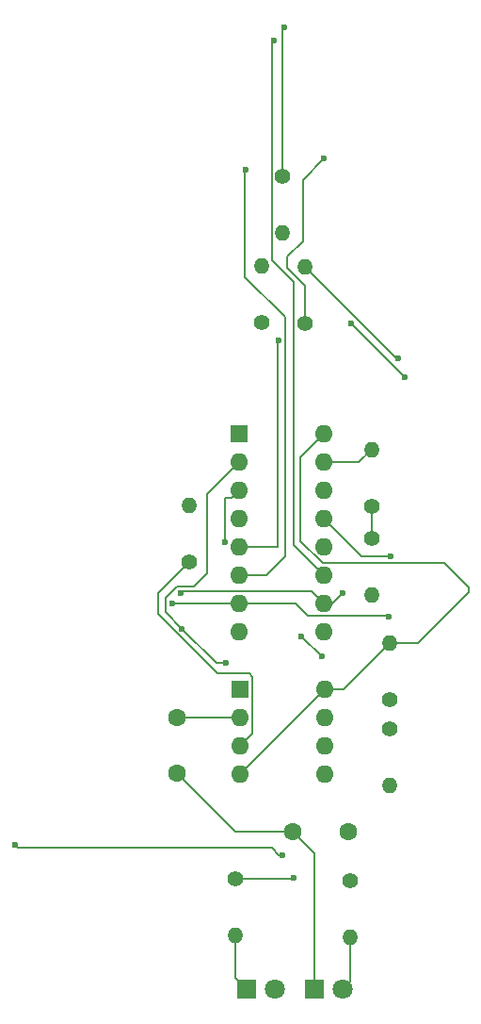
<source format=gbr>
%TF.GenerationSoftware,KiCad,Pcbnew,8.0.5*%
%TF.CreationDate,2024-11-21T02:05:10-08:00*%
%TF.ProjectId,Base,42617365-2e6b-4696-9361-645f70636258,rev?*%
%TF.SameCoordinates,Original*%
%TF.FileFunction,Copper,L2,Bot*%
%TF.FilePolarity,Positive*%
%FSLAX46Y46*%
G04 Gerber Fmt 4.6, Leading zero omitted, Abs format (unit mm)*
G04 Created by KiCad (PCBNEW 8.0.5) date 2024-11-21 02:05:10*
%MOMM*%
%LPD*%
G01*
G04 APERTURE LIST*
%TA.AperFunction,ComponentPad*%
%ADD10R,1.600000X1.600000*%
%TD*%
%TA.AperFunction,ComponentPad*%
%ADD11O,1.600000X1.600000*%
%TD*%
%TA.AperFunction,ComponentPad*%
%ADD12C,1.400000*%
%TD*%
%TA.AperFunction,ComponentPad*%
%ADD13O,1.400000X1.400000*%
%TD*%
%TA.AperFunction,ComponentPad*%
%ADD14R,1.800000X1.800000*%
%TD*%
%TA.AperFunction,ComponentPad*%
%ADD15C,1.800000*%
%TD*%
%TA.AperFunction,ComponentPad*%
%ADD16C,1.600000*%
%TD*%
%TA.AperFunction,ViaPad*%
%ADD17C,0.600000*%
%TD*%
%TA.AperFunction,Conductor*%
%ADD18C,0.200000*%
%TD*%
G04 APERTURE END LIST*
D10*
%TO.P,U2,1,Q5*%
%TO.N,Net-(D16-A)*%
X137280000Y-89600000D03*
D11*
%TO.P,U2,2,Q1*%
%TO.N,Net-(D11-A)*%
X137280000Y-92140000D03*
%TO.P,U2,3,Q0*%
%TO.N,Net-(D12-A)*%
X137280000Y-94680000D03*
%TO.P,U2,4,Q2*%
%TO.N,Net-(D10-A)*%
X137280000Y-97220000D03*
%TO.P,U2,5,Q6*%
%TO.N,Net-(D15-A)*%
X137280000Y-99760000D03*
%TO.P,U2,6,Q7*%
%TO.N,Net-(D14-A)*%
X137280000Y-102300000D03*
%TO.P,U2,7,Q3*%
%TO.N,Net-(D18-A)*%
X137280000Y-104840000D03*
%TO.P,U2,8,VSS*%
%TO.N,GND*%
X137280000Y-107380000D03*
%TO.P,U2,9,Q8*%
%TO.N,Net-(D13-A)*%
X144900000Y-107380000D03*
%TO.P,U2,10,Q4*%
%TO.N,Net-(D17-A)*%
X144900000Y-104840000D03*
%TO.P,U2,11,Q9*%
%TO.N,Net-(D3-A)*%
X144900000Y-102300000D03*
%TO.P,U2,12,Cout*%
%TO.N,unconnected-(U2-Cout-Pad12)*%
X144900000Y-99760000D03*
%TO.P,U2,13,CKEN*%
%TO.N,Net-(U2-CKEN)*%
X144900000Y-97220000D03*
%TO.P,U2,14,CLK*%
%TO.N,Net-(U2-CLK)*%
X144900000Y-94680000D03*
%TO.P,U2,15,Reset*%
%TO.N,Net-(U2-Reset)*%
X144900000Y-92140000D03*
%TO.P,U2,16,VDD*%
%TO.N,VCC*%
X144900000Y-89600000D03*
%TD*%
D10*
%TO.P,U1,1,GND*%
%TO.N,GND1*%
X137400000Y-112500000D03*
D11*
%TO.P,U1,2,TR*%
%TO.N,Net-(U1-THR)*%
X137400000Y-115040000D03*
%TO.P,U1,3,Q*%
%TO.N,Net-(U1-Q)*%
X137400000Y-117580000D03*
%TO.P,U1,4,R*%
%TO.N,VCC*%
X137400000Y-120120000D03*
%TO.P,U1,5,CV*%
%TO.N,Net-(U1-CV)*%
X145020000Y-120120000D03*
%TO.P,U1,6,THR*%
%TO.N,Net-(U1-THR)*%
X145020000Y-117580000D03*
%TO.P,U1,7,DIS*%
%TO.N,Net-(U1-DIS)*%
X145020000Y-115040000D03*
%TO.P,U1,8,VCC*%
%TO.N,VCC*%
X145020000Y-112500000D03*
%TD*%
D12*
%TO.P,R11,1*%
%TO.N,Net-(D10-K)*%
X143200000Y-79680000D03*
D13*
%TO.P,R11,2*%
%TO.N,GND*%
X143200000Y-74600000D03*
%TD*%
D12*
%TO.P,R10,1*%
%TO.N,Net-(D3-K)*%
X141200000Y-66500000D03*
D13*
%TO.P,R10,2*%
%TO.N,GND*%
X141200000Y-71580000D03*
%TD*%
D12*
%TO.P,R8,1*%
%TO.N,Net-(D13-K)*%
X139300000Y-79580000D03*
D13*
%TO.P,R8,2*%
%TO.N,GND*%
X139300000Y-74500000D03*
%TD*%
D12*
%TO.P,R7,1*%
%TO.N,GND*%
X149200000Y-96080000D03*
D13*
%TO.P,R7,2*%
%TO.N,Net-(U2-Reset)*%
X149200000Y-91000000D03*
%TD*%
D12*
%TO.P,R6,1*%
%TO.N,GND*%
X149200000Y-99000000D03*
D13*
%TO.P,R6,2*%
%TO.N,Net-(U2-CKEN)*%
X149200000Y-104080000D03*
%TD*%
D12*
%TO.P,R5,1*%
%TO.N,Net-(U1-Q)*%
X147300000Y-129700000D03*
D13*
%TO.P,R5,2*%
%TO.N,Net-(D1-A)*%
X147300000Y-134780000D03*
%TD*%
D12*
%TO.P,R4,1*%
%TO.N,Net-(U1-Q)*%
X136900000Y-129560000D03*
D13*
%TO.P,R4,2*%
%TO.N,Net-(D2-K)*%
X136900000Y-134640000D03*
%TD*%
D12*
%TO.P,R3,1*%
%TO.N,Net-(U1-DIS)*%
X150800000Y-113440000D03*
D13*
%TO.P,R3,2*%
%TO.N,VCC*%
X150800000Y-108360000D03*
%TD*%
D12*
%TO.P,R2,1*%
%TO.N,Net-(U1-DIS)*%
X150800000Y-116060000D03*
D13*
%TO.P,R2,2*%
%TO.N,Net-(U1-THR)*%
X150800000Y-121140000D03*
%TD*%
D12*
%TO.P,R1,1*%
%TO.N,Net-(U1-Q)*%
X132800000Y-101140000D03*
D13*
%TO.P,R1,2*%
%TO.N,Net-(U2-CLK)*%
X132800000Y-96060000D03*
%TD*%
D14*
%TO.P,D2,1,K*%
%TO.N,Net-(D2-K)*%
X137925000Y-139500000D03*
D15*
%TO.P,D2,2,A*%
%TO.N,VCC*%
X140465000Y-139500000D03*
%TD*%
D14*
%TO.P,D1,1,K*%
%TO.N,GND*%
X144025000Y-139500000D03*
D15*
%TO.P,D1,2,A*%
%TO.N,Net-(D1-A)*%
X146565000Y-139500000D03*
%TD*%
D16*
%TO.P,C2,1*%
%TO.N,Net-(U1-THR)*%
X131700000Y-115100000D03*
%TO.P,C2,2*%
%TO.N,GND*%
X131700000Y-120100000D03*
%TD*%
%TO.P,C1,1*%
%TO.N,Net-(U1-CV)*%
X147100000Y-125300000D03*
%TO.P,C1,2*%
%TO.N,GND*%
X142100000Y-125300000D03*
%TD*%
D17*
%TO.N,Net-(D10-A)*%
X144700000Y-109600000D03*
X142900000Y-107800000D03*
%TO.N,Net-(D11-A)*%
X136100000Y-110200000D03*
X132124265Y-107075735D03*
%TO.N,Net-(U2-CKEN)*%
X150900000Y-100600000D03*
%TO.N,Net-(D16-A)*%
X147374265Y-79674265D03*
X152200000Y-84500000D03*
%TO.N,Net-(D17-A)*%
X146600000Y-103900000D03*
%TO.N,Net-(D12-A)*%
X117100000Y-126500000D03*
X141200000Y-127400000D03*
%TO.N,Net-(D18-A)*%
X150700000Y-106000000D03*
%TO.N,Net-(D12-A)*%
X136046709Y-99348903D03*
%TO.N,GND*%
X151600000Y-82800000D03*
%TO.N,Net-(D15-A)*%
X140800000Y-81200000D03*
%TO.N,Net-(D10-K)*%
X144907108Y-64892892D03*
%TO.N,Net-(D14-A)*%
X137850000Y-65850000D03*
%TO.N,Net-(D3-A)*%
X140400000Y-54300000D03*
%TO.N,Net-(D17-A)*%
X132000000Y-103900000D03*
%TO.N,Net-(D18-A)*%
X131260000Y-104840000D03*
%TO.N,Net-(U1-Q)*%
X142200000Y-129500000D03*
%TO.N,Net-(D3-K)*%
X141300000Y-53100000D03*
%TD*%
D18*
%TO.N,Net-(D10-A)*%
X142900000Y-107800000D02*
X144700000Y-109600000D01*
%TO.N,Net-(D11-A)*%
X135248530Y-110200000D02*
X132124265Y-107075735D01*
X136100000Y-110200000D02*
X135248530Y-110200000D01*
X133200000Y-103300000D02*
X131700000Y-103300000D01*
X134400000Y-102100000D02*
X133200000Y-103300000D01*
X131700000Y-103300000D02*
X130660000Y-104340000D01*
X134400000Y-95020000D02*
X134400000Y-102100000D01*
X130660000Y-105611470D02*
X132124265Y-107075735D01*
X130660000Y-104340000D02*
X130660000Y-105611470D01*
X137280000Y-92140000D02*
X134400000Y-95020000D01*
%TO.N,Net-(U2-CKEN)*%
X148280000Y-100600000D02*
X150900000Y-100600000D01*
X144900000Y-97220000D02*
X148280000Y-100600000D01*
%TO.N,Net-(D16-A)*%
X147374265Y-79674265D02*
X152200000Y-84500000D01*
%TO.N,Net-(U2-Reset)*%
X148060000Y-92140000D02*
X149200000Y-91000000D01*
X144900000Y-92140000D02*
X148060000Y-92140000D01*
%TO.N,Net-(D17-A)*%
X145660000Y-104840000D02*
X144900000Y-104840000D01*
X146600000Y-103900000D02*
X145660000Y-104840000D01*
%TO.N,Net-(D18-A)*%
X150640000Y-105940000D02*
X150700000Y-106000000D01*
X143440000Y-105940000D02*
X150640000Y-105940000D01*
%TO.N,VCC*%
X157900000Y-103351471D02*
X157900000Y-103848529D01*
X155748529Y-101200000D02*
X157900000Y-103351471D01*
X144784365Y-101200000D02*
X155748529Y-101200000D01*
X142800000Y-91700000D02*
X142800000Y-99215635D01*
X142800000Y-99215635D02*
X144784365Y-101200000D01*
X144900000Y-89600000D02*
X142800000Y-91700000D01*
X157900000Y-103848529D02*
X153388529Y-108360000D01*
X153388529Y-108360000D02*
X150800000Y-108360000D01*
X146660000Y-112500000D02*
X150800000Y-108360000D01*
X145020000Y-112500000D02*
X146660000Y-112500000D01*
X137400000Y-120120000D02*
X145020000Y-112500000D01*
%TO.N,Net-(D12-A)*%
X140200000Y-126800000D02*
X117400000Y-126800000D01*
X117400000Y-126800000D02*
X117100000Y-126500000D01*
X140800000Y-127400000D02*
X140200000Y-126800000D01*
X141200000Y-127400000D02*
X140800000Y-127400000D01*
%TO.N,Net-(D18-A)*%
X142340000Y-104840000D02*
X143440000Y-105940000D01*
X137280000Y-104840000D02*
X142340000Y-104840000D01*
%TO.N,Net-(D12-A)*%
X136606709Y-95353291D02*
X137280000Y-94680000D01*
X136046709Y-95353291D02*
X136606709Y-95353291D01*
X136046709Y-99348903D02*
X136046709Y-95353291D01*
%TO.N,Net-(U1-Q)*%
X138500000Y-111400000D02*
X138500000Y-116480000D01*
X135300000Y-111100000D02*
X138200000Y-111100000D01*
X130000000Y-105800000D02*
X135300000Y-111100000D01*
X130000000Y-103940000D02*
X130000000Y-105800000D01*
X132800000Y-101140000D02*
X130000000Y-103940000D01*
X138200000Y-111100000D02*
X138500000Y-111400000D01*
X138500000Y-116480000D02*
X137400000Y-117580000D01*
%TO.N,GND*%
X149200000Y-96080000D02*
X149200000Y-99000000D01*
X143200000Y-74600000D02*
X151400000Y-82800000D01*
X151400000Y-82800000D02*
X151600000Y-82800000D01*
%TO.N,Net-(D15-A)*%
X140740000Y-81260000D02*
X140800000Y-81200000D01*
X140740000Y-99760000D02*
X140740000Y-81260000D01*
X137280000Y-99760000D02*
X140740000Y-99760000D01*
%TO.N,Net-(D10-K)*%
X143000000Y-72300000D02*
X143000000Y-66800000D01*
X143000000Y-66800000D02*
X144907108Y-64892892D01*
X141600000Y-73700000D02*
X143000000Y-72300000D01*
X143200000Y-76300000D02*
X141600000Y-74700000D01*
X141600000Y-74700000D02*
X141600000Y-73700000D01*
X143200000Y-79680000D02*
X143200000Y-76300000D01*
%TO.N,Net-(D14-A)*%
X141400000Y-100600000D02*
X141400000Y-79100000D01*
X137800000Y-65900000D02*
X137850000Y-65850000D01*
X139700000Y-102300000D02*
X141400000Y-100600000D01*
X137280000Y-102300000D02*
X139700000Y-102300000D01*
X137800000Y-75500000D02*
X137800000Y-65900000D01*
X141400000Y-79100000D02*
X137800000Y-75500000D01*
%TO.N,Net-(D3-A)*%
X142200000Y-99600000D02*
X144900000Y-102300000D01*
X142200000Y-75985786D02*
X142200000Y-99600000D01*
X140200000Y-73985786D02*
X142200000Y-75985786D01*
X140200000Y-54500000D02*
X140200000Y-73985786D01*
X140400000Y-54300000D02*
X140200000Y-54500000D01*
%TO.N,Net-(D17-A)*%
X132160000Y-103740000D02*
X132000000Y-103900000D01*
X143800000Y-103740000D02*
X132160000Y-103740000D01*
X144900000Y-104840000D02*
X143800000Y-103740000D01*
%TO.N,Net-(D18-A)*%
X137280000Y-104840000D02*
X131260000Y-104840000D01*
%TO.N,Net-(U1-Q)*%
X142140000Y-129560000D02*
X142200000Y-129500000D01*
X136900000Y-129560000D02*
X142140000Y-129560000D01*
%TO.N,GND*%
X144025000Y-127225000D02*
X142100000Y-125300000D01*
X144025000Y-139500000D02*
X144025000Y-127225000D01*
%TO.N,Net-(D1-A)*%
X147300000Y-138765000D02*
X146565000Y-139500000D01*
X147300000Y-134780000D02*
X147300000Y-138765000D01*
%TO.N,Net-(D2-K)*%
X136900000Y-138475000D02*
X137925000Y-139500000D01*
X136900000Y-134640000D02*
X136900000Y-138475000D01*
%TO.N,GND*%
X136900000Y-125300000D02*
X142100000Y-125300000D01*
X131700000Y-120100000D02*
X136900000Y-125300000D01*
%TO.N,Net-(U1-THR)*%
X137340000Y-115100000D02*
X137400000Y-115040000D01*
X131700000Y-115100000D02*
X137340000Y-115100000D01*
%TO.N,Net-(D3-K)*%
X141200000Y-53200000D02*
X141300000Y-53100000D01*
X141200000Y-66500000D02*
X141200000Y-53200000D01*
%TD*%
M02*

</source>
